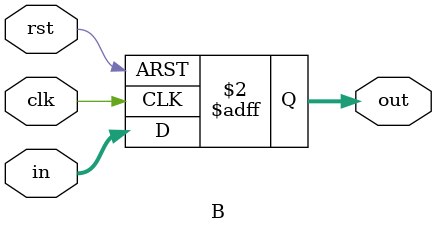
<source format=v>
module A(clk, rst, in, out);
    input clk,rst;
    input [31:0] in;
    output reg [31:0] out;

    always@(posedge clk or posedge rst) begin
        if(rst)
            out <= 32'd0;
        else
            out <= in;
    end
endmodule

module B(clk, rst, in, out);
    input clk,rst;
    input [31:0] in;
    output reg [31:0] out;

    always@(posedge clk or posedge rst) begin
        if(rst)
            out <= 32'd0;
        else
            out <= in;
    end
endmodule
</source>
